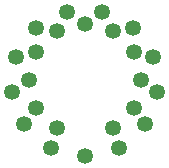
<source format=gbr>
%TF.GenerationSoftware,KiCad,Pcbnew,(6.0.9)*%
%TF.CreationDate,2023-01-27T17:59:37+01:00*%
%TF.ProjectId,adaptateur in 8 in 14,61646170-7461-4746-9575-7220696e2038,rev?*%
%TF.SameCoordinates,Original*%
%TF.FileFunction,Copper,L2,Bot*%
%TF.FilePolarity,Positive*%
%FSLAX46Y46*%
G04 Gerber Fmt 4.6, Leading zero omitted, Abs format (unit mm)*
G04 Created by KiCad (PCBNEW (6.0.9)) date 2023-01-27 17:59:37*
%MOMM*%
%LPD*%
G01*
G04 APERTURE LIST*
%TA.AperFunction,ComponentPad*%
%ADD10C,1.346200*%
%TD*%
G04 APERTURE END LIST*
D10*
%TO.P,IN14_corr1,0,0*%
%TO.N,Net-(IN14_corr1-Pad0)*%
X132382300Y-95449285D03*
%TO.P,IN14_corr1,1,1*%
%TO.N,Net-(IN14_corr1-Pad1)*%
X142567700Y-95449285D03*
%TO.P,IN14_corr1,2,2*%
%TO.N,Net-(IN14_corr1-Pad2)*%
X143619260Y-92678145D03*
%TO.P,IN14_corr1,3,3*%
%TO.N,Net-(IN14_corr1-Pad3)*%
X143261120Y-89739365D03*
%TO.P,IN14_corr1,4,4*%
%TO.N,Net-(IN14_corr1-Pad4)*%
X141579640Y-87300965D03*
%TO.P,IN14_corr1,5,5*%
%TO.N,Net-(IN14_corr1-Pad5)*%
X138955820Y-85924285D03*
%TO.P,IN14_corr1,6,6*%
%TO.N,Net-(IN14_corr1-Pad6)*%
X135994180Y-85924285D03*
%TO.P,IN14_corr1,7,7*%
%TO.N,Net-(IN14_corr1-Pad7)*%
X133370360Y-87300965D03*
%TO.P,IN14_corr1,8,8*%
%TO.N,Net-(IN14_corr1-Pad8)*%
X131688880Y-89739365D03*
%TO.P,IN14_corr1,9,9*%
%TO.N,Net-(IN14_corr1-Pad9)*%
X131330740Y-92678145D03*
%TO.P,IN14_corr1,A,A*%
%TO.N,/A*%
X137475000Y-98121365D03*
%TO.P,IN14_corr1,LHDP,LHDP*%
%TO.N,unconnected-(IN14_corr1-PadLHDP)*%
X140350280Y-97412705D03*
%TO.P,IN14_corr1,RHDP,RHDP*%
%TO.N,unconnected-(IN14_corr1-PadRHDP)*%
X134599720Y-97412705D03*
%TD*%
%TO.P,IN8_2,0,0*%
%TO.N,Net-(IN14_corr1-Pad0)*%
X133400480Y-94033825D03*
%TO.P,IN8_2,1,1*%
%TO.N,Net-(IN14_corr1-Pad1)*%
X139887640Y-95771185D03*
%TO.P,IN8_2,2,2*%
%TO.N,Net-(IN14_corr1-Pad2)*%
X141625000Y-94033825D03*
%TO.P,IN8_2,3,3*%
%TO.N,Net-(IN14_corr1-Pad3)*%
X142262540Y-91658925D03*
%TO.P,IN8_2,4,4*%
%TO.N,Net-(IN14_corr1-Pad4)*%
X141625000Y-89284025D03*
%TO.P,IN8_2,5,5*%
%TO.N,Net-(IN14_corr1-Pad5)*%
X139887640Y-87546665D03*
%TO.P,IN8_2,6,6*%
%TO.N,Net-(IN14_corr1-Pad6)*%
X137512740Y-86909125D03*
%TO.P,IN8_2,7,7*%
%TO.N,Net-(IN14_corr1-Pad7)*%
X135137840Y-87546665D03*
%TO.P,IN8_2,8,8*%
%TO.N,Net-(IN14_corr1-Pad8)*%
X133400480Y-89284025D03*
%TO.P,IN8_2,9,9*%
%TO.N,Net-(IN14_corr1-Pad9)*%
X132762940Y-91658925D03*
%TO.P,IN8_2,A,A*%
%TO.N,/A*%
X135137840Y-95771185D03*
%TD*%
M02*

</source>
